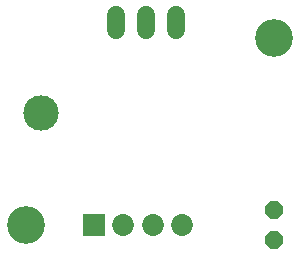
<source format=gbr>
G04 EAGLE Gerber RS-274X export*
G75*
%MOMM*%
%FSLAX34Y34*%
%LPD*%
%AMOC8*
5,1,8,0,0,1.08239X$1,22.5*%
G01*
%ADD10C,3.200400*%
%ADD11R,1.853200X1.853200*%
%ADD12C,1.853200*%
%ADD13P,1.649562X8X112.500000*%
%ADD14C,3.003200*%
%ADD15C,1.524000*%


D10*
X38100Y38100D03*
X247650Y196850D03*
D11*
X95250Y38100D03*
D12*
X120250Y38100D03*
X145250Y38100D03*
X170250Y38100D03*
D13*
X247650Y25400D03*
X247650Y50800D03*
D14*
X50800Y133250D03*
D15*
X165100Y202946D02*
X165100Y216154D01*
X114300Y216154D02*
X114300Y202946D01*
X139700Y202946D02*
X139700Y216154D01*
M02*

</source>
